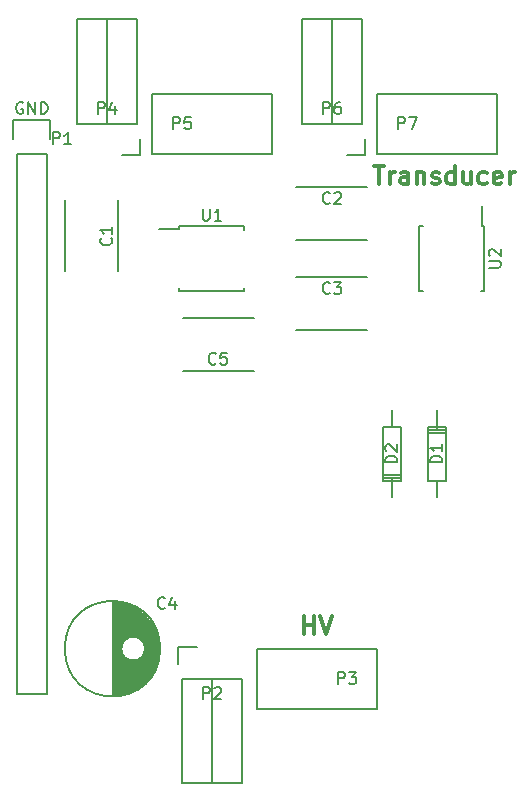
<source format=gto>
G04 #@! TF.FileFunction,Legend,Top*
%FSLAX46Y46*%
G04 Gerber Fmt 4.6, Leading zero omitted, Abs format (unit mm)*
G04 Created by KiCad (PCBNEW 4.0.4+e1-6308~48~ubuntu16.04.1-stable) date Fri Nov  4 19:46:32 2016*
%MOMM*%
%LPD*%
G01*
G04 APERTURE LIST*
%ADD10C,0.100000*%
%ADD11C,0.300000*%
%ADD12C,0.150000*%
G04 APERTURE END LIST*
D10*
D11*
X88650715Y-84903571D02*
X89507858Y-84903571D01*
X89079287Y-86403571D02*
X89079287Y-84903571D01*
X90007858Y-86403571D02*
X90007858Y-85403571D01*
X90007858Y-85689286D02*
X90079286Y-85546429D01*
X90150715Y-85475000D01*
X90293572Y-85403571D01*
X90436429Y-85403571D01*
X91579286Y-86403571D02*
X91579286Y-85617857D01*
X91507857Y-85475000D01*
X91365000Y-85403571D01*
X91079286Y-85403571D01*
X90936429Y-85475000D01*
X91579286Y-86332143D02*
X91436429Y-86403571D01*
X91079286Y-86403571D01*
X90936429Y-86332143D01*
X90865000Y-86189286D01*
X90865000Y-86046429D01*
X90936429Y-85903571D01*
X91079286Y-85832143D01*
X91436429Y-85832143D01*
X91579286Y-85760714D01*
X92293572Y-85403571D02*
X92293572Y-86403571D01*
X92293572Y-85546429D02*
X92365000Y-85475000D01*
X92507858Y-85403571D01*
X92722143Y-85403571D01*
X92865000Y-85475000D01*
X92936429Y-85617857D01*
X92936429Y-86403571D01*
X93579286Y-86332143D02*
X93722143Y-86403571D01*
X94007858Y-86403571D01*
X94150715Y-86332143D01*
X94222143Y-86189286D01*
X94222143Y-86117857D01*
X94150715Y-85975000D01*
X94007858Y-85903571D01*
X93793572Y-85903571D01*
X93650715Y-85832143D01*
X93579286Y-85689286D01*
X93579286Y-85617857D01*
X93650715Y-85475000D01*
X93793572Y-85403571D01*
X94007858Y-85403571D01*
X94150715Y-85475000D01*
X95507858Y-86403571D02*
X95507858Y-84903571D01*
X95507858Y-86332143D02*
X95365001Y-86403571D01*
X95079287Y-86403571D01*
X94936429Y-86332143D01*
X94865001Y-86260714D01*
X94793572Y-86117857D01*
X94793572Y-85689286D01*
X94865001Y-85546429D01*
X94936429Y-85475000D01*
X95079287Y-85403571D01*
X95365001Y-85403571D01*
X95507858Y-85475000D01*
X96865001Y-85403571D02*
X96865001Y-86403571D01*
X96222144Y-85403571D02*
X96222144Y-86189286D01*
X96293572Y-86332143D01*
X96436430Y-86403571D01*
X96650715Y-86403571D01*
X96793572Y-86332143D01*
X96865001Y-86260714D01*
X98222144Y-86332143D02*
X98079287Y-86403571D01*
X97793573Y-86403571D01*
X97650715Y-86332143D01*
X97579287Y-86260714D01*
X97507858Y-86117857D01*
X97507858Y-85689286D01*
X97579287Y-85546429D01*
X97650715Y-85475000D01*
X97793573Y-85403571D01*
X98079287Y-85403571D01*
X98222144Y-85475000D01*
X99436429Y-86332143D02*
X99293572Y-86403571D01*
X99007858Y-86403571D01*
X98865001Y-86332143D01*
X98793572Y-86189286D01*
X98793572Y-85617857D01*
X98865001Y-85475000D01*
X99007858Y-85403571D01*
X99293572Y-85403571D01*
X99436429Y-85475000D01*
X99507858Y-85617857D01*
X99507858Y-85760714D01*
X98793572Y-85903571D01*
X100150715Y-86403571D02*
X100150715Y-85403571D01*
X100150715Y-85689286D02*
X100222143Y-85546429D01*
X100293572Y-85475000D01*
X100436429Y-85403571D01*
X100579286Y-85403571D01*
X82748572Y-124503571D02*
X82748572Y-123003571D01*
X82748572Y-123717857D02*
X83605715Y-123717857D01*
X83605715Y-124503571D02*
X83605715Y-123003571D01*
X84105715Y-123003571D02*
X84605715Y-124503571D01*
X85105715Y-123003571D01*
D12*
X67020000Y-87765000D02*
X67020000Y-93765000D01*
X62520000Y-93765000D02*
X62520000Y-87765000D01*
X82050000Y-86650000D02*
X88050000Y-86650000D01*
X88050000Y-91150000D02*
X82050000Y-91150000D01*
X82050000Y-94270000D02*
X88050000Y-94270000D01*
X88050000Y-98770000D02*
X82050000Y-98770000D01*
X78740000Y-125730000D02*
X88900000Y-125730000D01*
X88900000Y-125730000D02*
X88900000Y-130810000D01*
X88900000Y-130810000D02*
X78740000Y-130810000D01*
X78740000Y-130810000D02*
X78740000Y-125730000D01*
X80010000Y-83820000D02*
X69850000Y-83820000D01*
X69850000Y-83820000D02*
X69850000Y-78740000D01*
X69850000Y-78740000D02*
X80010000Y-78740000D01*
X80010000Y-78740000D02*
X80010000Y-83820000D01*
X99060000Y-83820000D02*
X88900000Y-83820000D01*
X88900000Y-83820000D02*
X88900000Y-78740000D01*
X88900000Y-78740000D02*
X99060000Y-78740000D01*
X99060000Y-78740000D02*
X99060000Y-83820000D01*
X72180000Y-89955000D02*
X72180000Y-90160000D01*
X77680000Y-89955000D02*
X77680000Y-90255000D01*
X77680000Y-95465000D02*
X77680000Y-95165000D01*
X72180000Y-95465000D02*
X72180000Y-95165000D01*
X72180000Y-89955000D02*
X77680000Y-89955000D01*
X72180000Y-95465000D02*
X77680000Y-95465000D01*
X72180000Y-90160000D02*
X70430000Y-90160000D01*
X98005000Y-89960000D02*
X97800000Y-89960000D01*
X98005000Y-95460000D02*
X97705000Y-95460000D01*
X92495000Y-95460000D02*
X92795000Y-95460000D01*
X92495000Y-89960000D02*
X92795000Y-89960000D01*
X98005000Y-89960000D02*
X98005000Y-95460000D01*
X92495000Y-89960000D02*
X92495000Y-95460000D01*
X97800000Y-89960000D02*
X97800000Y-88210000D01*
X66595000Y-121731000D02*
X66595000Y-129729000D01*
X66735000Y-121736000D02*
X66735000Y-129724000D01*
X66875000Y-121746000D02*
X66875000Y-129714000D01*
X67015000Y-121761000D02*
X67015000Y-129699000D01*
X67155000Y-121781000D02*
X67155000Y-129679000D01*
X67295000Y-121806000D02*
X67295000Y-125508000D01*
X67295000Y-125952000D02*
X67295000Y-129654000D01*
X67435000Y-121836000D02*
X67435000Y-125180000D01*
X67435000Y-126280000D02*
X67435000Y-129624000D01*
X67575000Y-121872000D02*
X67575000Y-125011000D01*
X67575000Y-126449000D02*
X67575000Y-129588000D01*
X67715000Y-121913000D02*
X67715000Y-124898000D01*
X67715000Y-126562000D02*
X67715000Y-129547000D01*
X67855000Y-121959000D02*
X67855000Y-124820000D01*
X67855000Y-126640000D02*
X67855000Y-129501000D01*
X67995000Y-122012000D02*
X67995000Y-124769000D01*
X67995000Y-126691000D02*
X67995000Y-129448000D01*
X68135000Y-122071000D02*
X68135000Y-124739000D01*
X68135000Y-126721000D02*
X68135000Y-129389000D01*
X68275000Y-122136000D02*
X68275000Y-124730000D01*
X68275000Y-126730000D02*
X68275000Y-129324000D01*
X68415000Y-122207000D02*
X68415000Y-124741000D01*
X68415000Y-126719000D02*
X68415000Y-129253000D01*
X68555000Y-122286000D02*
X68555000Y-124771000D01*
X68555000Y-126689000D02*
X68555000Y-129174000D01*
X68695000Y-122373000D02*
X68695000Y-124825000D01*
X68695000Y-126635000D02*
X68695000Y-129087000D01*
X68835000Y-122468000D02*
X68835000Y-124905000D01*
X68835000Y-126555000D02*
X68835000Y-128992000D01*
X68975000Y-122572000D02*
X68975000Y-125021000D01*
X68975000Y-126439000D02*
X68975000Y-128888000D01*
X69115000Y-122686000D02*
X69115000Y-125195000D01*
X69115000Y-126265000D02*
X69115000Y-128774000D01*
X69255000Y-122811000D02*
X69255000Y-125557000D01*
X69255000Y-125903000D02*
X69255000Y-128649000D01*
X69395000Y-122949000D02*
X69395000Y-128511000D01*
X69535000Y-123101000D02*
X69535000Y-128359000D01*
X69675000Y-123271000D02*
X69675000Y-128189000D01*
X69815000Y-123462000D02*
X69815000Y-127998000D01*
X69955000Y-123680000D02*
X69955000Y-127780000D01*
X70095000Y-123936000D02*
X70095000Y-127524000D01*
X70235000Y-124247000D02*
X70235000Y-127213000D01*
X70375000Y-124663000D02*
X70375000Y-126797000D01*
X70515000Y-125530000D02*
X70515000Y-125930000D01*
X69270000Y-125730000D02*
G75*
G03X69270000Y-125730000I-1000000J0D01*
G01*
X70557500Y-125730000D02*
G75*
G03X70557500Y-125730000I-4037500J0D01*
G01*
X77470000Y-137100000D02*
X77470000Y-128270000D01*
X74930000Y-137100000D02*
X77470000Y-137100000D01*
X74930000Y-128270000D02*
X74930000Y-137100000D01*
X74930000Y-128270000D02*
X77470000Y-128270000D01*
X72390000Y-128270000D02*
X74930000Y-128270000D01*
X73660000Y-125600000D02*
X72110000Y-125600000D01*
X72110000Y-125600000D02*
X72110000Y-127000000D01*
X72390000Y-128270000D02*
X72390000Y-137100000D01*
X72390000Y-137100000D02*
X74930000Y-137100000D01*
X74930000Y-137100000D02*
X74930000Y-128270000D01*
X63500000Y-72450000D02*
X63500000Y-81280000D01*
X66040000Y-72450000D02*
X63500000Y-72450000D01*
X66040000Y-81280000D02*
X66040000Y-72450000D01*
X66040000Y-81280000D02*
X63500000Y-81280000D01*
X68580000Y-81280000D02*
X66040000Y-81280000D01*
X67310000Y-83950000D02*
X68860000Y-83950000D01*
X68860000Y-83950000D02*
X68860000Y-82550000D01*
X68580000Y-81280000D02*
X68580000Y-72450000D01*
X68580000Y-72450000D02*
X66040000Y-72450000D01*
X66040000Y-72450000D02*
X66040000Y-81280000D01*
X82550000Y-72450000D02*
X82550000Y-81280000D01*
X85090000Y-72450000D02*
X82550000Y-72450000D01*
X85090000Y-81280000D02*
X85090000Y-72450000D01*
X85090000Y-81280000D02*
X82550000Y-81280000D01*
X87630000Y-81280000D02*
X85090000Y-81280000D01*
X86360000Y-83950000D02*
X87910000Y-83950000D01*
X87910000Y-83950000D02*
X87910000Y-82550000D01*
X87630000Y-81280000D02*
X87630000Y-72450000D01*
X87630000Y-72450000D02*
X85090000Y-72450000D01*
X85090000Y-72450000D02*
X85090000Y-81280000D01*
X78478000Y-102199000D02*
X72478000Y-102199000D01*
X72478000Y-97699000D02*
X78478000Y-97699000D01*
X58420000Y-83820000D02*
X58420000Y-129540000D01*
X58420000Y-129540000D02*
X60960000Y-129540000D01*
X60960000Y-129540000D02*
X60960000Y-83820000D01*
X58140000Y-81000000D02*
X58140000Y-82550000D01*
X58420000Y-83820000D02*
X60960000Y-83820000D01*
X61240000Y-82550000D02*
X61240000Y-81000000D01*
X61240000Y-81000000D02*
X58140000Y-81000000D01*
X90167460Y-106933480D02*
X90167460Y-105536480D01*
X90167460Y-111378480D02*
X90167460Y-112902480D01*
X89405460Y-110997480D02*
X90929460Y-110997480D01*
X89405460Y-111251480D02*
X90929460Y-111251480D01*
X90167460Y-111505480D02*
X90929460Y-111505480D01*
X90929460Y-111505480D02*
X90929460Y-106933480D01*
X90929460Y-106933480D02*
X89405460Y-106933480D01*
X89405460Y-106933480D02*
X89405460Y-111505480D01*
X89405460Y-111505480D02*
X90167460Y-111505480D01*
X93982540Y-111506520D02*
X93982540Y-112903520D01*
X93982540Y-107061520D02*
X93982540Y-105537520D01*
X94744540Y-107442520D02*
X93220540Y-107442520D01*
X94744540Y-107188520D02*
X93220540Y-107188520D01*
X93982540Y-106934520D02*
X93220540Y-106934520D01*
X93220540Y-106934520D02*
X93220540Y-111506520D01*
X93220540Y-111506520D02*
X94744540Y-111506520D01*
X94744540Y-111506520D02*
X94744540Y-106934520D01*
X94744540Y-106934520D02*
X93982540Y-106934520D01*
X66397143Y-90971666D02*
X66444762Y-91019285D01*
X66492381Y-91162142D01*
X66492381Y-91257380D01*
X66444762Y-91400238D01*
X66349524Y-91495476D01*
X66254286Y-91543095D01*
X66063810Y-91590714D01*
X65920952Y-91590714D01*
X65730476Y-91543095D01*
X65635238Y-91495476D01*
X65540000Y-91400238D01*
X65492381Y-91257380D01*
X65492381Y-91162142D01*
X65540000Y-91019285D01*
X65587619Y-90971666D01*
X66492381Y-90019285D02*
X66492381Y-90590714D01*
X66492381Y-90305000D02*
X65492381Y-90305000D01*
X65635238Y-90400238D01*
X65730476Y-90495476D01*
X65778095Y-90590714D01*
X84923334Y-87987143D02*
X84875715Y-88034762D01*
X84732858Y-88082381D01*
X84637620Y-88082381D01*
X84494762Y-88034762D01*
X84399524Y-87939524D01*
X84351905Y-87844286D01*
X84304286Y-87653810D01*
X84304286Y-87510952D01*
X84351905Y-87320476D01*
X84399524Y-87225238D01*
X84494762Y-87130000D01*
X84637620Y-87082381D01*
X84732858Y-87082381D01*
X84875715Y-87130000D01*
X84923334Y-87177619D01*
X85304286Y-87177619D02*
X85351905Y-87130000D01*
X85447143Y-87082381D01*
X85685239Y-87082381D01*
X85780477Y-87130000D01*
X85828096Y-87177619D01*
X85875715Y-87272857D01*
X85875715Y-87368095D01*
X85828096Y-87510952D01*
X85256667Y-88082381D01*
X85875715Y-88082381D01*
X84923334Y-95607143D02*
X84875715Y-95654762D01*
X84732858Y-95702381D01*
X84637620Y-95702381D01*
X84494762Y-95654762D01*
X84399524Y-95559524D01*
X84351905Y-95464286D01*
X84304286Y-95273810D01*
X84304286Y-95130952D01*
X84351905Y-94940476D01*
X84399524Y-94845238D01*
X84494762Y-94750000D01*
X84637620Y-94702381D01*
X84732858Y-94702381D01*
X84875715Y-94750000D01*
X84923334Y-94797619D01*
X85256667Y-94702381D02*
X85875715Y-94702381D01*
X85542381Y-95083333D01*
X85685239Y-95083333D01*
X85780477Y-95130952D01*
X85828096Y-95178571D01*
X85875715Y-95273810D01*
X85875715Y-95511905D01*
X85828096Y-95607143D01*
X85780477Y-95654762D01*
X85685239Y-95702381D01*
X85399524Y-95702381D01*
X85304286Y-95654762D01*
X85256667Y-95607143D01*
X85621905Y-128722381D02*
X85621905Y-127722381D01*
X86002858Y-127722381D01*
X86098096Y-127770000D01*
X86145715Y-127817619D01*
X86193334Y-127912857D01*
X86193334Y-128055714D01*
X86145715Y-128150952D01*
X86098096Y-128198571D01*
X86002858Y-128246190D01*
X85621905Y-128246190D01*
X86526667Y-127722381D02*
X87145715Y-127722381D01*
X86812381Y-128103333D01*
X86955239Y-128103333D01*
X87050477Y-128150952D01*
X87098096Y-128198571D01*
X87145715Y-128293810D01*
X87145715Y-128531905D01*
X87098096Y-128627143D01*
X87050477Y-128674762D01*
X86955239Y-128722381D01*
X86669524Y-128722381D01*
X86574286Y-128674762D01*
X86526667Y-128627143D01*
X71651905Y-81732381D02*
X71651905Y-80732381D01*
X72032858Y-80732381D01*
X72128096Y-80780000D01*
X72175715Y-80827619D01*
X72223334Y-80922857D01*
X72223334Y-81065714D01*
X72175715Y-81160952D01*
X72128096Y-81208571D01*
X72032858Y-81256190D01*
X71651905Y-81256190D01*
X73128096Y-80732381D02*
X72651905Y-80732381D01*
X72604286Y-81208571D01*
X72651905Y-81160952D01*
X72747143Y-81113333D01*
X72985239Y-81113333D01*
X73080477Y-81160952D01*
X73128096Y-81208571D01*
X73175715Y-81303810D01*
X73175715Y-81541905D01*
X73128096Y-81637143D01*
X73080477Y-81684762D01*
X72985239Y-81732381D01*
X72747143Y-81732381D01*
X72651905Y-81684762D01*
X72604286Y-81637143D01*
X90701905Y-81732381D02*
X90701905Y-80732381D01*
X91082858Y-80732381D01*
X91178096Y-80780000D01*
X91225715Y-80827619D01*
X91273334Y-80922857D01*
X91273334Y-81065714D01*
X91225715Y-81160952D01*
X91178096Y-81208571D01*
X91082858Y-81256190D01*
X90701905Y-81256190D01*
X91606667Y-80732381D02*
X92273334Y-80732381D01*
X91844762Y-81732381D01*
X74168095Y-88482381D02*
X74168095Y-89291905D01*
X74215714Y-89387143D01*
X74263333Y-89434762D01*
X74358571Y-89482381D01*
X74549048Y-89482381D01*
X74644286Y-89434762D01*
X74691905Y-89387143D01*
X74739524Y-89291905D01*
X74739524Y-88482381D01*
X75739524Y-89482381D02*
X75168095Y-89482381D01*
X75453809Y-89482381D02*
X75453809Y-88482381D01*
X75358571Y-88625238D01*
X75263333Y-88720476D01*
X75168095Y-88768095D01*
X98382381Y-93471905D02*
X99191905Y-93471905D01*
X99287143Y-93424286D01*
X99334762Y-93376667D01*
X99382381Y-93281429D01*
X99382381Y-93090952D01*
X99334762Y-92995714D01*
X99287143Y-92948095D01*
X99191905Y-92900476D01*
X98382381Y-92900476D01*
X98477619Y-92471905D02*
X98430000Y-92424286D01*
X98382381Y-92329048D01*
X98382381Y-92090952D01*
X98430000Y-91995714D01*
X98477619Y-91948095D01*
X98572857Y-91900476D01*
X98668095Y-91900476D01*
X98810952Y-91948095D01*
X99382381Y-92519524D01*
X99382381Y-91900476D01*
X70953334Y-122277143D02*
X70905715Y-122324762D01*
X70762858Y-122372381D01*
X70667620Y-122372381D01*
X70524762Y-122324762D01*
X70429524Y-122229524D01*
X70381905Y-122134286D01*
X70334286Y-121943810D01*
X70334286Y-121800952D01*
X70381905Y-121610476D01*
X70429524Y-121515238D01*
X70524762Y-121420000D01*
X70667620Y-121372381D01*
X70762858Y-121372381D01*
X70905715Y-121420000D01*
X70953334Y-121467619D01*
X71810477Y-121705714D02*
X71810477Y-122372381D01*
X71572381Y-121324762D02*
X71334286Y-122039048D01*
X71953334Y-122039048D01*
X74191905Y-129992381D02*
X74191905Y-128992381D01*
X74572858Y-128992381D01*
X74668096Y-129040000D01*
X74715715Y-129087619D01*
X74763334Y-129182857D01*
X74763334Y-129325714D01*
X74715715Y-129420952D01*
X74668096Y-129468571D01*
X74572858Y-129516190D01*
X74191905Y-129516190D01*
X75144286Y-129087619D02*
X75191905Y-129040000D01*
X75287143Y-128992381D01*
X75525239Y-128992381D01*
X75620477Y-129040000D01*
X75668096Y-129087619D01*
X75715715Y-129182857D01*
X75715715Y-129278095D01*
X75668096Y-129420952D01*
X75096667Y-129992381D01*
X75715715Y-129992381D01*
X65301905Y-80462381D02*
X65301905Y-79462381D01*
X65682858Y-79462381D01*
X65778096Y-79510000D01*
X65825715Y-79557619D01*
X65873334Y-79652857D01*
X65873334Y-79795714D01*
X65825715Y-79890952D01*
X65778096Y-79938571D01*
X65682858Y-79986190D01*
X65301905Y-79986190D01*
X66730477Y-79795714D02*
X66730477Y-80462381D01*
X66492381Y-79414762D02*
X66254286Y-80129048D01*
X66873334Y-80129048D01*
X84351905Y-80462381D02*
X84351905Y-79462381D01*
X84732858Y-79462381D01*
X84828096Y-79510000D01*
X84875715Y-79557619D01*
X84923334Y-79652857D01*
X84923334Y-79795714D01*
X84875715Y-79890952D01*
X84828096Y-79938571D01*
X84732858Y-79986190D01*
X84351905Y-79986190D01*
X85780477Y-79462381D02*
X85590000Y-79462381D01*
X85494762Y-79510000D01*
X85447143Y-79557619D01*
X85351905Y-79700476D01*
X85304286Y-79890952D01*
X85304286Y-80271905D01*
X85351905Y-80367143D01*
X85399524Y-80414762D01*
X85494762Y-80462381D01*
X85685239Y-80462381D01*
X85780477Y-80414762D01*
X85828096Y-80367143D01*
X85875715Y-80271905D01*
X85875715Y-80033810D01*
X85828096Y-79938571D01*
X85780477Y-79890952D01*
X85685239Y-79843333D01*
X85494762Y-79843333D01*
X85399524Y-79890952D01*
X85351905Y-79938571D01*
X85304286Y-80033810D01*
X75271334Y-101576143D02*
X75223715Y-101623762D01*
X75080858Y-101671381D01*
X74985620Y-101671381D01*
X74842762Y-101623762D01*
X74747524Y-101528524D01*
X74699905Y-101433286D01*
X74652286Y-101242810D01*
X74652286Y-101099952D01*
X74699905Y-100909476D01*
X74747524Y-100814238D01*
X74842762Y-100719000D01*
X74985620Y-100671381D01*
X75080858Y-100671381D01*
X75223715Y-100719000D01*
X75271334Y-100766619D01*
X76176096Y-100671381D02*
X75699905Y-100671381D01*
X75652286Y-101147571D01*
X75699905Y-101099952D01*
X75795143Y-101052333D01*
X76033239Y-101052333D01*
X76128477Y-101099952D01*
X76176096Y-101147571D01*
X76223715Y-101242810D01*
X76223715Y-101480905D01*
X76176096Y-101576143D01*
X76128477Y-101623762D01*
X76033239Y-101671381D01*
X75795143Y-101671381D01*
X75699905Y-101623762D01*
X75652286Y-101576143D01*
X61491905Y-83002381D02*
X61491905Y-82002381D01*
X61872858Y-82002381D01*
X61968096Y-82050000D01*
X62015715Y-82097619D01*
X62063334Y-82192857D01*
X62063334Y-82335714D01*
X62015715Y-82430952D01*
X61968096Y-82478571D01*
X61872858Y-82526190D01*
X61491905Y-82526190D01*
X63015715Y-83002381D02*
X62444286Y-83002381D01*
X62730000Y-83002381D02*
X62730000Y-82002381D01*
X62634762Y-82145238D01*
X62539524Y-82240476D01*
X62444286Y-82288095D01*
X58928096Y-79510000D02*
X58832858Y-79462381D01*
X58690001Y-79462381D01*
X58547143Y-79510000D01*
X58451905Y-79605238D01*
X58404286Y-79700476D01*
X58356667Y-79890952D01*
X58356667Y-80033810D01*
X58404286Y-80224286D01*
X58451905Y-80319524D01*
X58547143Y-80414762D01*
X58690001Y-80462381D01*
X58785239Y-80462381D01*
X58928096Y-80414762D01*
X58975715Y-80367143D01*
X58975715Y-80033810D01*
X58785239Y-80033810D01*
X59404286Y-80462381D02*
X59404286Y-79462381D01*
X59975715Y-80462381D01*
X59975715Y-79462381D01*
X60451905Y-80462381D02*
X60451905Y-79462381D01*
X60690000Y-79462381D01*
X60832858Y-79510000D01*
X60928096Y-79605238D01*
X60975715Y-79700476D01*
X61023334Y-79890952D01*
X61023334Y-80033810D01*
X60975715Y-80224286D01*
X60928096Y-80319524D01*
X60832858Y-80414762D01*
X60690000Y-80462381D01*
X60451905Y-80462381D01*
X90622381Y-109958095D02*
X89622381Y-109958095D01*
X89622381Y-109720000D01*
X89670000Y-109577142D01*
X89765238Y-109481904D01*
X89860476Y-109434285D01*
X90050952Y-109386666D01*
X90193810Y-109386666D01*
X90384286Y-109434285D01*
X90479524Y-109481904D01*
X90574762Y-109577142D01*
X90622381Y-109720000D01*
X90622381Y-109958095D01*
X89717619Y-109005714D02*
X89670000Y-108958095D01*
X89622381Y-108862857D01*
X89622381Y-108624761D01*
X89670000Y-108529523D01*
X89717619Y-108481904D01*
X89812857Y-108434285D01*
X89908095Y-108434285D01*
X90050952Y-108481904D01*
X90622381Y-109053333D01*
X90622381Y-108434285D01*
X94432381Y-109958095D02*
X93432381Y-109958095D01*
X93432381Y-109720000D01*
X93480000Y-109577142D01*
X93575238Y-109481904D01*
X93670476Y-109434285D01*
X93860952Y-109386666D01*
X94003810Y-109386666D01*
X94194286Y-109434285D01*
X94289524Y-109481904D01*
X94384762Y-109577142D01*
X94432381Y-109720000D01*
X94432381Y-109958095D01*
X94432381Y-108434285D02*
X94432381Y-109005714D01*
X94432381Y-108720000D02*
X93432381Y-108720000D01*
X93575238Y-108815238D01*
X93670476Y-108910476D01*
X93718095Y-109005714D01*
M02*

</source>
